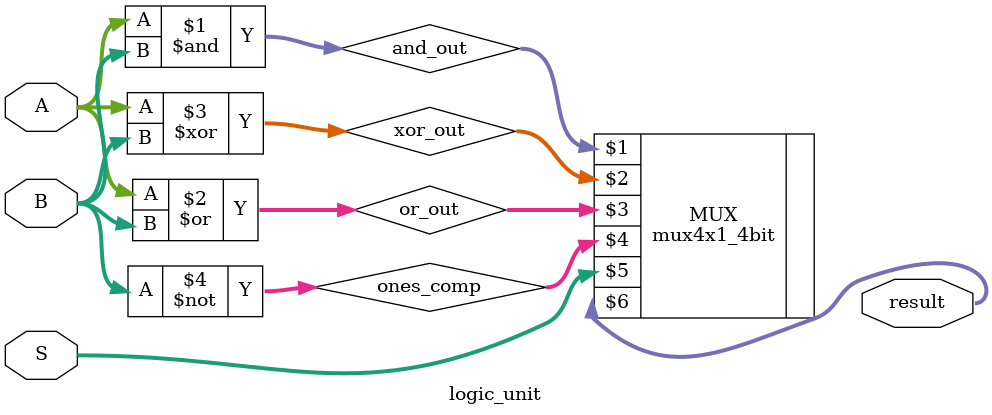
<source format=v>
module logic_unit (
input [3:0]A,B,
input [1:0]S,				//S3 and S2 in the documentation 
output [3:0]result
);
wire [3:0]and_out,or_out,xor_out,ones_comp;

//And 
assign and_out = A & B;
//OR
assign or_out = A | B;
//XOR 
assign xor_out = A ^ B;
//1's Complement
assign ones_comp = ~B;

//Selection of operation
mux4x1_4bit MUX (and_out,xor_out,or_out,ones_comp,S,result);
endmodule 
</source>
